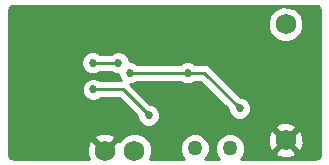
<source format=gbl>
G04 (created by PCBNEW (2013-03-31 BZR 4008)-stable) date 5/19/2013 12:07:14 PM*
%MOIN*%
G04 Gerber Fmt 3.4, Leading zero omitted, Abs format*
%FSLAX34Y34*%
G01*
G70*
G90*
G04 APERTURE LIST*
%ADD10C,0.006*%
%ADD11C,0.0688976*%
%ADD12C,0.05*%
%ADD13C,0.027*%
%ADD14C,0.01*%
G04 APERTURE END LIST*
G54D10*
G54D11*
X29330Y-18464D03*
X29330Y-22322D03*
X23307Y-22677D03*
X24291Y-22677D03*
G54D12*
X27480Y-22598D03*
X26299Y-22598D03*
G54D13*
X24763Y-21496D03*
X22913Y-20629D03*
X23750Y-19750D03*
X22900Y-19750D03*
X27795Y-21259D03*
X26062Y-20078D03*
X24133Y-20078D03*
G54D14*
X23897Y-20629D02*
X24763Y-21496D01*
X22913Y-20629D02*
X23897Y-20629D01*
X22900Y-19750D02*
X23750Y-19750D01*
X26062Y-20078D02*
X26614Y-20078D01*
X26614Y-20078D02*
X27795Y-21259D01*
X24133Y-20078D02*
X26062Y-20078D01*
G54D10*
G36*
X30468Y-22806D02*
X30454Y-22876D01*
X30430Y-22911D01*
X30395Y-22935D01*
X30326Y-22948D01*
X29929Y-22948D01*
X29929Y-22415D01*
X29925Y-22312D01*
X29925Y-18346D01*
X29834Y-18128D01*
X29667Y-17960D01*
X29449Y-17870D01*
X29212Y-17869D01*
X28994Y-17960D01*
X28827Y-18127D01*
X28736Y-18345D01*
X28736Y-18582D01*
X28826Y-18800D01*
X28993Y-18968D01*
X29211Y-19058D01*
X29448Y-19059D01*
X29667Y-18968D01*
X29834Y-18801D01*
X29925Y-18583D01*
X29925Y-18346D01*
X29925Y-22312D01*
X29919Y-22178D01*
X29848Y-22008D01*
X29748Y-21975D01*
X29678Y-22046D01*
X29678Y-21904D01*
X29645Y-21804D01*
X29423Y-21723D01*
X29186Y-21734D01*
X29016Y-21804D01*
X28983Y-21904D01*
X29330Y-22252D01*
X29678Y-21904D01*
X29678Y-22046D01*
X29401Y-22322D01*
X29748Y-22670D01*
X29848Y-22637D01*
X29929Y-22415D01*
X29929Y-22948D01*
X29678Y-22948D01*
X29678Y-22740D01*
X29330Y-22393D01*
X29259Y-22464D01*
X29259Y-22322D01*
X28912Y-21975D01*
X28812Y-22008D01*
X28731Y-22230D01*
X28741Y-22466D01*
X28812Y-22637D01*
X28912Y-22670D01*
X29259Y-22322D01*
X29259Y-22464D01*
X28983Y-22740D01*
X29016Y-22840D01*
X29238Y-22921D01*
X29474Y-22911D01*
X29645Y-22840D01*
X29678Y-22740D01*
X29678Y-22948D01*
X28180Y-22948D01*
X28180Y-21183D01*
X28121Y-21042D01*
X28013Y-20933D01*
X27872Y-20874D01*
X27834Y-20874D01*
X26826Y-19866D01*
X26728Y-19801D01*
X26614Y-19778D01*
X26307Y-19778D01*
X26281Y-19752D01*
X26139Y-19693D01*
X25986Y-19693D01*
X25845Y-19752D01*
X25818Y-19778D01*
X24378Y-19778D01*
X24352Y-19752D01*
X24210Y-19693D01*
X24135Y-19693D01*
X24135Y-19673D01*
X24076Y-19532D01*
X23968Y-19423D01*
X23826Y-19365D01*
X23673Y-19364D01*
X23532Y-19423D01*
X23505Y-19450D01*
X23144Y-19450D01*
X23118Y-19423D01*
X22976Y-19365D01*
X22823Y-19364D01*
X22682Y-19423D01*
X22573Y-19531D01*
X22515Y-19673D01*
X22514Y-19826D01*
X22573Y-19967D01*
X22681Y-20076D01*
X22823Y-20134D01*
X22976Y-20135D01*
X23117Y-20076D01*
X23144Y-20050D01*
X23505Y-20050D01*
X23531Y-20076D01*
X23673Y-20134D01*
X23748Y-20134D01*
X23748Y-20154D01*
X23807Y-20296D01*
X23840Y-20329D01*
X23157Y-20329D01*
X23131Y-20303D01*
X22990Y-20244D01*
X22837Y-20244D01*
X22695Y-20303D01*
X22587Y-20411D01*
X22528Y-20553D01*
X22528Y-20706D01*
X22586Y-20847D01*
X22695Y-20956D01*
X22836Y-21014D01*
X22989Y-21014D01*
X23131Y-20956D01*
X23157Y-20929D01*
X23773Y-20929D01*
X24378Y-21535D01*
X24378Y-21572D01*
X24437Y-21713D01*
X24545Y-21822D01*
X24686Y-21880D01*
X24840Y-21881D01*
X24981Y-21822D01*
X25089Y-21714D01*
X25148Y-21572D01*
X25148Y-21419D01*
X25090Y-21278D01*
X24982Y-21169D01*
X24840Y-21111D01*
X24803Y-21111D01*
X24155Y-20463D01*
X24210Y-20463D01*
X24351Y-20405D01*
X24378Y-20378D01*
X25818Y-20378D01*
X25844Y-20404D01*
X25986Y-20463D01*
X26139Y-20463D01*
X26280Y-20405D01*
X26307Y-20378D01*
X26489Y-20378D01*
X27410Y-21299D01*
X27410Y-21336D01*
X27468Y-21477D01*
X27576Y-21586D01*
X27718Y-21644D01*
X27871Y-21644D01*
X28013Y-21586D01*
X28121Y-21478D01*
X28180Y-21336D01*
X28180Y-21183D01*
X28180Y-22948D01*
X27837Y-22948D01*
X27903Y-22882D01*
X27980Y-22698D01*
X27980Y-22499D01*
X27904Y-22315D01*
X27763Y-22174D01*
X27580Y-22098D01*
X27381Y-22098D01*
X27197Y-22174D01*
X27056Y-22314D01*
X26980Y-22498D01*
X26980Y-22697D01*
X27056Y-22881D01*
X27123Y-22948D01*
X26655Y-22948D01*
X26722Y-22882D01*
X26799Y-22698D01*
X26799Y-22499D01*
X26723Y-22315D01*
X26582Y-22174D01*
X26399Y-22098D01*
X26200Y-22098D01*
X26016Y-22174D01*
X25875Y-22314D01*
X25799Y-22498D01*
X25799Y-22697D01*
X25875Y-22881D01*
X25942Y-22948D01*
X24822Y-22948D01*
X24885Y-22795D01*
X24885Y-22559D01*
X24795Y-22340D01*
X24628Y-22173D01*
X24410Y-22082D01*
X24173Y-22082D01*
X23955Y-22172D01*
X23787Y-22339D01*
X23783Y-22349D01*
X23725Y-22329D01*
X23654Y-22400D01*
X23654Y-22259D01*
X23621Y-22159D01*
X23399Y-22078D01*
X23163Y-22088D01*
X22992Y-22159D01*
X22959Y-22259D01*
X23307Y-22606D01*
X23654Y-22259D01*
X23654Y-22400D01*
X23377Y-22677D01*
X23383Y-22682D01*
X23312Y-22753D01*
X23307Y-22747D01*
X23301Y-22753D01*
X23230Y-22682D01*
X23236Y-22677D01*
X22888Y-22329D01*
X22788Y-22362D01*
X22708Y-22584D01*
X22718Y-22821D01*
X22771Y-22948D01*
X20264Y-22948D01*
X20194Y-22935D01*
X20159Y-22911D01*
X20135Y-22876D01*
X20122Y-22807D01*
X20122Y-17980D01*
X20135Y-17911D01*
X20159Y-17876D01*
X20194Y-17852D01*
X20264Y-17838D01*
X30326Y-17838D01*
X30395Y-17852D01*
X30430Y-17875D01*
X30454Y-17911D01*
X30468Y-17980D01*
X30468Y-22806D01*
X30468Y-22806D01*
G37*
G54D14*
X30468Y-22806D02*
X30454Y-22876D01*
X30430Y-22911D01*
X30395Y-22935D01*
X30326Y-22948D01*
X29929Y-22948D01*
X29929Y-22415D01*
X29925Y-22312D01*
X29925Y-18346D01*
X29834Y-18128D01*
X29667Y-17960D01*
X29449Y-17870D01*
X29212Y-17869D01*
X28994Y-17960D01*
X28827Y-18127D01*
X28736Y-18345D01*
X28736Y-18582D01*
X28826Y-18800D01*
X28993Y-18968D01*
X29211Y-19058D01*
X29448Y-19059D01*
X29667Y-18968D01*
X29834Y-18801D01*
X29925Y-18583D01*
X29925Y-18346D01*
X29925Y-22312D01*
X29919Y-22178D01*
X29848Y-22008D01*
X29748Y-21975D01*
X29678Y-22046D01*
X29678Y-21904D01*
X29645Y-21804D01*
X29423Y-21723D01*
X29186Y-21734D01*
X29016Y-21804D01*
X28983Y-21904D01*
X29330Y-22252D01*
X29678Y-21904D01*
X29678Y-22046D01*
X29401Y-22322D01*
X29748Y-22670D01*
X29848Y-22637D01*
X29929Y-22415D01*
X29929Y-22948D01*
X29678Y-22948D01*
X29678Y-22740D01*
X29330Y-22393D01*
X29259Y-22464D01*
X29259Y-22322D01*
X28912Y-21975D01*
X28812Y-22008D01*
X28731Y-22230D01*
X28741Y-22466D01*
X28812Y-22637D01*
X28912Y-22670D01*
X29259Y-22322D01*
X29259Y-22464D01*
X28983Y-22740D01*
X29016Y-22840D01*
X29238Y-22921D01*
X29474Y-22911D01*
X29645Y-22840D01*
X29678Y-22740D01*
X29678Y-22948D01*
X28180Y-22948D01*
X28180Y-21183D01*
X28121Y-21042D01*
X28013Y-20933D01*
X27872Y-20874D01*
X27834Y-20874D01*
X26826Y-19866D01*
X26728Y-19801D01*
X26614Y-19778D01*
X26307Y-19778D01*
X26281Y-19752D01*
X26139Y-19693D01*
X25986Y-19693D01*
X25845Y-19752D01*
X25818Y-19778D01*
X24378Y-19778D01*
X24352Y-19752D01*
X24210Y-19693D01*
X24135Y-19693D01*
X24135Y-19673D01*
X24076Y-19532D01*
X23968Y-19423D01*
X23826Y-19365D01*
X23673Y-19364D01*
X23532Y-19423D01*
X23505Y-19450D01*
X23144Y-19450D01*
X23118Y-19423D01*
X22976Y-19365D01*
X22823Y-19364D01*
X22682Y-19423D01*
X22573Y-19531D01*
X22515Y-19673D01*
X22514Y-19826D01*
X22573Y-19967D01*
X22681Y-20076D01*
X22823Y-20134D01*
X22976Y-20135D01*
X23117Y-20076D01*
X23144Y-20050D01*
X23505Y-20050D01*
X23531Y-20076D01*
X23673Y-20134D01*
X23748Y-20134D01*
X23748Y-20154D01*
X23807Y-20296D01*
X23840Y-20329D01*
X23157Y-20329D01*
X23131Y-20303D01*
X22990Y-20244D01*
X22837Y-20244D01*
X22695Y-20303D01*
X22587Y-20411D01*
X22528Y-20553D01*
X22528Y-20706D01*
X22586Y-20847D01*
X22695Y-20956D01*
X22836Y-21014D01*
X22989Y-21014D01*
X23131Y-20956D01*
X23157Y-20929D01*
X23773Y-20929D01*
X24378Y-21535D01*
X24378Y-21572D01*
X24437Y-21713D01*
X24545Y-21822D01*
X24686Y-21880D01*
X24840Y-21881D01*
X24981Y-21822D01*
X25089Y-21714D01*
X25148Y-21572D01*
X25148Y-21419D01*
X25090Y-21278D01*
X24982Y-21169D01*
X24840Y-21111D01*
X24803Y-21111D01*
X24155Y-20463D01*
X24210Y-20463D01*
X24351Y-20405D01*
X24378Y-20378D01*
X25818Y-20378D01*
X25844Y-20404D01*
X25986Y-20463D01*
X26139Y-20463D01*
X26280Y-20405D01*
X26307Y-20378D01*
X26489Y-20378D01*
X27410Y-21299D01*
X27410Y-21336D01*
X27468Y-21477D01*
X27576Y-21586D01*
X27718Y-21644D01*
X27871Y-21644D01*
X28013Y-21586D01*
X28121Y-21478D01*
X28180Y-21336D01*
X28180Y-21183D01*
X28180Y-22948D01*
X27837Y-22948D01*
X27903Y-22882D01*
X27980Y-22698D01*
X27980Y-22499D01*
X27904Y-22315D01*
X27763Y-22174D01*
X27580Y-22098D01*
X27381Y-22098D01*
X27197Y-22174D01*
X27056Y-22314D01*
X26980Y-22498D01*
X26980Y-22697D01*
X27056Y-22881D01*
X27123Y-22948D01*
X26655Y-22948D01*
X26722Y-22882D01*
X26799Y-22698D01*
X26799Y-22499D01*
X26723Y-22315D01*
X26582Y-22174D01*
X26399Y-22098D01*
X26200Y-22098D01*
X26016Y-22174D01*
X25875Y-22314D01*
X25799Y-22498D01*
X25799Y-22697D01*
X25875Y-22881D01*
X25942Y-22948D01*
X24822Y-22948D01*
X24885Y-22795D01*
X24885Y-22559D01*
X24795Y-22340D01*
X24628Y-22173D01*
X24410Y-22082D01*
X24173Y-22082D01*
X23955Y-22172D01*
X23787Y-22339D01*
X23783Y-22349D01*
X23725Y-22329D01*
X23654Y-22400D01*
X23654Y-22259D01*
X23621Y-22159D01*
X23399Y-22078D01*
X23163Y-22088D01*
X22992Y-22159D01*
X22959Y-22259D01*
X23307Y-22606D01*
X23654Y-22259D01*
X23654Y-22400D01*
X23377Y-22677D01*
X23383Y-22682D01*
X23312Y-22753D01*
X23307Y-22747D01*
X23301Y-22753D01*
X23230Y-22682D01*
X23236Y-22677D01*
X22888Y-22329D01*
X22788Y-22362D01*
X22708Y-22584D01*
X22718Y-22821D01*
X22771Y-22948D01*
X20264Y-22948D01*
X20194Y-22935D01*
X20159Y-22911D01*
X20135Y-22876D01*
X20122Y-22807D01*
X20122Y-17980D01*
X20135Y-17911D01*
X20159Y-17876D01*
X20194Y-17852D01*
X20264Y-17838D01*
X30326Y-17838D01*
X30395Y-17852D01*
X30430Y-17875D01*
X30454Y-17911D01*
X30468Y-17980D01*
X30468Y-22806D01*
M02*

</source>
